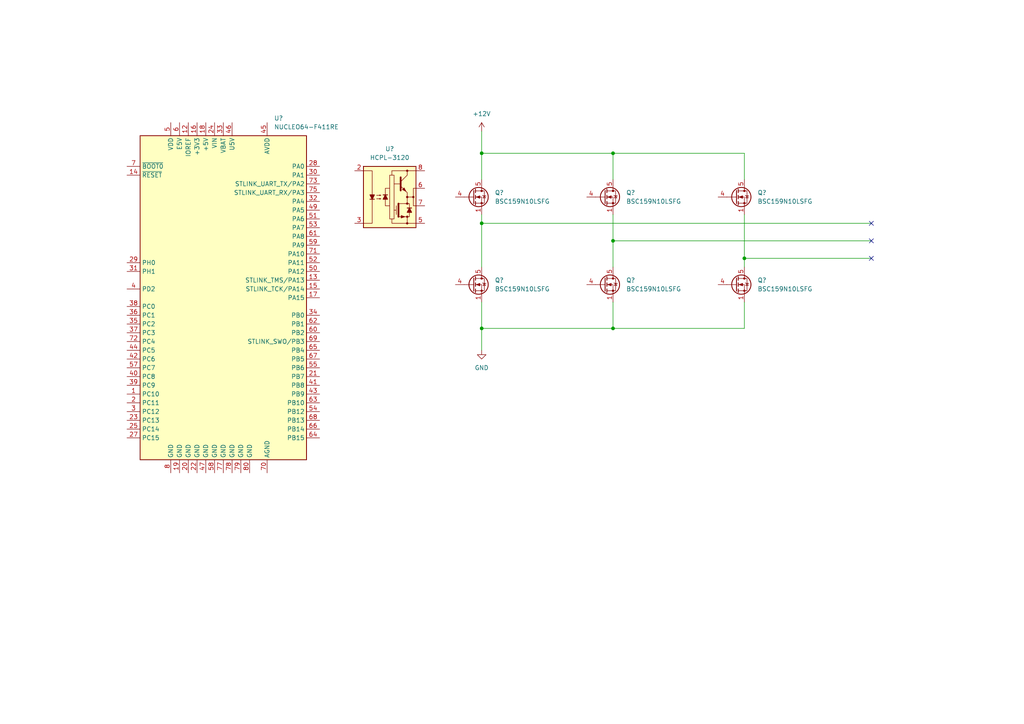
<source format=kicad_sch>
(kicad_sch (version 20211123) (generator eeschema)
  (paper "A4")
  (lib_symbols
    (symbol "Driver_FET:HCPL-3120" (pin_names hide)
      (property "Reference" "U" (at 0 12.7 0))
      (property "Value" "HCPL-3120" (at 0 10.16 0))
      (symbol "HCPL-3120_0_1"
        (rectangle (start -7.62 8.89) (end 7.62 -8.89) (stroke (width 0.254)) (fill (type background)))
        (polyline (pts (xy -5.715 -0.635) (xy -4.445 -0.635)) (stroke (width 0.254)))
        (polyline (pts (xy -0.635 0.635) (xy -1.905 0.635)) (stroke (width 0.254)))
        (polyline (pts (xy 1.27 -3.81) (xy 1.905 -3.81)))
        (polyline (pts (xy 1.905 -5.08) (xy 1.905 -2.54)))
        (polyline (pts (xy 2.54 -5.715) (xy 2.54 -1.905)) (stroke (width 0.508)))
        (polyline (pts (xy 3.048 3.81) (xy 1.27 3.81)))
        (polyline (pts (xy 3.175 4.445) (xy 5.08 6.35)))
        (polyline (pts (xy 4.445 -1.905) (xy 2.54 -1.905)))
        (polyline (pts (xy 5.08 -5.715) (xy 5.08 -7.62)))
        (polyline (pts (xy 5.08 0) (xy 6.858 0)))
        (polyline (pts (xy 5.08 1.27) (xy 3.175 3.175)) (fill (type outline)))
        (polyline (pts (xy 5.08 1.27) (xy 5.08 -1.905)))
        (polyline (pts (xy 5.08 6.35) (xy 5.08 7.62)))
        (polyline (pts (xy 6.35 -3.175) (xy 5.08 -3.175)) (stroke (width 0.254)))
        (polyline (pts (xy 7.62 7.62) (xy 0.635 7.62)))
        (polyline (pts (xy -1.27 -0.635) (xy -1.27 -2.54) (xy 0 -2.54)))
        (polyline (pts (xy -1.27 0.635) (xy -1.27 2.54) (xy 0 2.54)))
        (polyline (pts (xy 0.635 -6.35) (xy 0.635 -7.62) (xy 7.62 -7.62)))
        (polyline (pts (xy 3.175 5.715) (xy 3.175 1.905) (xy 3.175 1.905)) (stroke (width 0.508)))
        (polyline (pts (xy 4.445 -1.905) (xy 5.715 -1.905) (xy 5.715 -3.175)))
        (polyline (pts (xy 5.715 -4.445) (xy 5.715 -5.715) (xy 2.54 -5.715)))
        (polyline (pts (xy -7.62 7.62) (xy -5.08 7.62) (xy -5.08 -7.62) (xy -7.62 -7.62)))
        (polyline (pts (xy -5.08 -0.635) (xy -5.715 0.635) (xy -4.445 0.635) (xy -5.08 -0.635)) (stroke (width 0.254)) (fill (type outline)))
        (polyline (pts (xy -1.27 0.635) (xy -0.635 -0.635) (xy -1.905 -0.635) (xy -1.27 0.635)) (stroke (width 0.254)) (fill (type outline)))
        (polyline (pts (xy 4.445 -5.715) (xy 3.302 -5.334) (xy 3.302 -6.096) (xy 4.445 -5.715)) (fill (type outline)))
        (polyline (pts (xy 5.715 -3.175) (xy 6.35 -4.445) (xy 5.08 -4.445) (xy 5.715 -3.175)) (stroke (width 0.254)) (fill (type outline)))
        (polyline (pts (xy 7.62 2.54) (xy 6.858 2.54) (xy 6.858 -2.54) (xy 7.62 -2.54)))
        (polyline (pts (xy -3.81 -0.508) (xy -2.54 -0.508) (xy -2.921 -0.635) (xy -2.921 -0.381) (xy -2.54 -0.508)))
        (polyline (pts (xy -3.81 0.508) (xy -2.54 0.508) (xy -2.921 0.381) (xy -2.921 0.635) (xy -2.54 0.508)))
        (polyline (pts (xy 1.27 6.35) (xy 1.27 -6.35) (xy 0 -6.35) (xy 0 6.35) (xy 1.27 6.35)))
        (polyline (pts (xy 3.683 2.159) (xy 4.191 2.667) (xy 4.699 1.651) (xy 3.683 2.159) (xy 3.683 2.159)) (fill (type outline)))
        (rectangle (start 0.635 6.35) (end 0.635 6.35))
        (rectangle (start 0.635 6.35) (end 0.635 7.62))
        (circle (center 5.08 -7.62) (radius 0.254) (fill (type outline)))
        (circle (center 5.08 -5.715) (radius 0.254) (fill (type outline)))
        (circle (center 5.08 -1.905) (radius 0.254) (fill (type outline)))
        (circle (center 5.08 0) (radius 0.254) (fill (type outline)))
        (circle (center 5.08 7.62) (radius 0.254) (fill (type outline)))
        (circle (center 6.858 0) (radius 0.254) (fill (type outline)))
      )
      (symbol "HCPL-3120_1_1"
        (pin no_connect line (at -7.62 2.54 0) (length 2.54) hide (name "NC") (number "1"))
        (pin passive line (at -10.16 7.62 0) (length 2.54) (name "A") (number "2"))
        (pin passive line (at -10.16 -7.62 0) (length 2.54) (name "C") (number "3"))
        (pin no_connect line (at -7.62 -2.54 0) (length 2.54) hide (name "NC") (number "4"))
        (pin power_out line (at 10.16 -7.62 180) (length 2.54) (name "VEE") (number "5"))
        (pin output line (at 10.16 2.54 180) (length 2.54) (name "VO") (number "6"))
        (pin output line (at 10.16 -2.54 180) (length 2.54) (name "VO") (number "7"))
        (pin power_in line (at 10.16 7.62 180) (length 2.54) (name "VCC") (number "8"))
      )
    )
    (symbol "MCU_Module:NUCLEO64-F411RE"
      (property "Reference" "U" (at -17.78 50.165 0))
      (property "Value" "NUCLEO64-F411RE" (at -17.78 48.26 0))
      (symbol "NUCLEO64-F411RE_0_1"
        (rectangle (start -24.13 -46.99) (end 24.13 46.99) (stroke (width 0.254)) (fill (type background)))
      )
      (symbol "NUCLEO64-F411RE_1_1"
        (pin bidirectional line (at -27.94 -27.94 0) (length 3.81) (name "PC10") (number "1"))
        (pin no_connect line (at -27.94 20.32 0) (length 3.81) hide (name "NC") (number "10"))
        (pin no_connect line (at -27.94 15.24 0) (length 3.81) hide (name "NC") (number "11"))
        (pin power_in line (at -10.16 50.8 270) (length 3.81) (name "IOREF") (number "12"))
        (pin bidirectional line (at 27.94 5.08 180) (length 3.81) (name "STLINK_TMS/PA13") (number "13"))
        (pin input line (at -27.94 35.56 0) (length 3.81) (name "~{RESET}") (number "14"))
        (pin bidirectional line (at 27.94 2.54 180) (length 3.81) (name "STLINK_TCK/PA14") (number "15"))
        (pin power_in line (at -7.62 50.8 270) (length 3.81) (name "+3V3") (number "16"))
        (pin bidirectional line (at 27.94 0 180) (length 3.81) (name "PA15") (number "17"))
        (pin power_in line (at -5.08 50.8 270) (length 3.81) (name "+5V") (number "18"))
        (pin power_in line (at -12.7 -50.8 90) (length 3.81) (name "GND") (number "19"))
        (pin bidirectional line (at -27.94 -30.48 0) (length 3.81) (name "PC11") (number "2"))
        (pin power_in line (at -10.16 -50.8 90) (length 3.81) (name "GND") (number "20"))
        (pin bidirectional line (at 27.94 -22.86 180) (length 3.81) (name "PB7") (number "21"))
        (pin power_in line (at -7.62 -50.8 90) (length 3.81) (name "GND") (number "22"))
        (pin bidirectional line (at -27.94 -35.56 0) (length 3.81) (name "PC13") (number "23"))
        (pin power_in line (at -2.54 50.8 270) (length 3.81) (name "VIN") (number "24"))
        (pin bidirectional line (at -27.94 -38.1 0) (length 3.81) (name "PC14") (number "25"))
        (pin no_connect line (at -27.94 22.86 0) (length 3.81) hide (name "NC") (number "26"))
        (pin bidirectional line (at -27.94 -40.64 0) (length 3.81) (name "PC15") (number "27"))
        (pin bidirectional line (at 27.94 38.1 180) (length 3.81) (name "PA0") (number "28"))
        (pin bidirectional line (at -27.94 10.16 0) (length 3.81) (name "PH0") (number "29"))
        (pin bidirectional line (at -27.94 -33.02 0) (length 3.81) (name "PC12") (number "3"))
        (pin bidirectional line (at 27.94 35.56 180) (length 3.81) (name "PA1") (number "30"))
        (pin bidirectional line (at -27.94 7.62 0) (length 3.81) (name "PH1") (number "31"))
        (pin bidirectional line (at 27.94 27.94 180) (length 3.81) (name "PA4") (number "32"))
        (pin power_in line (at 0 50.8 270) (length 3.81) (name "VBAT") (number "33"))
        (pin bidirectional line (at 27.94 -5.08 180) (length 3.81) (name "PB0") (number "34"))
        (pin bidirectional line (at -27.94 -7.62 0) (length 3.81) (name "PC2") (number "35"))
        (pin bidirectional line (at -27.94 -5.08 0) (length 3.81) (name "PC1") (number "36"))
        (pin bidirectional line (at -27.94 -10.16 0) (length 3.81) (name "PC3") (number "37"))
        (pin bidirectional line (at -27.94 -2.54 0) (length 3.81) (name "PC0") (number "38"))
        (pin bidirectional line (at -27.94 -25.4 0) (length 3.81) (name "PC9") (number "39"))
        (pin bidirectional line (at -27.94 2.54 0) (length 3.81) (name "PD2") (number "4"))
        (pin bidirectional line (at -27.94 -22.86 0) (length 3.81) (name "PC8") (number "40"))
        (pin bidirectional line (at 27.94 -25.4 180) (length 3.81) (name "PB8") (number "41"))
        (pin bidirectional line (at -27.94 -17.78 0) (length 3.81) (name "PC6") (number "42"))
        (pin bidirectional line (at 27.94 -27.94 180) (length 3.81) (name "PB9") (number "43"))
        (pin bidirectional line (at -27.94 -15.24 0) (length 3.81) (name "PC5") (number "44"))
        (pin power_in line (at 12.7 50.8 270) (length 3.81) (name "AVDD") (number "45"))
        (pin power_in line (at 2.54 50.8 270) (length 3.81) (name "U5V") (number "46"))
        (pin power_in line (at -5.08 -50.8 90) (length 3.81) (name "GND") (number "47"))
        (pin no_connect line (at -27.94 25.4 0) (length 3.81) hide (name "NC") (number "48"))
        (pin bidirectional line (at 27.94 25.4 180) (length 3.81) (name "PA5") (number "49"))
        (pin power_in line (at -15.24 50.8 270) (length 3.81) (name "VDD") (number "5"))
        (pin bidirectional line (at 27.94 7.62 180) (length 3.81) (name "PA12") (number "50"))
        (pin bidirectional line (at 27.94 22.86 180) (length 3.81) (name "PA6") (number "51"))
        (pin bidirectional line (at 27.94 10.16 180) (length 3.81) (name "PA11") (number "52"))
        (pin bidirectional line (at 27.94 20.32 180) (length 3.81) (name "PA7") (number "53"))
        (pin bidirectional line (at 27.94 -33.02 180) (length 3.81) (name "PB12") (number "54"))
        (pin bidirectional line (at 27.94 -20.32 180) (length 3.81) (name "PB6") (number "55"))
        (pin no_connect line (at -27.94 33.02 0) (length 3.81) hide (name "NC") (number "56"))
        (pin bidirectional line (at -27.94 -20.32 0) (length 3.81) (name "PC7") (number "57"))
        (pin power_in line (at -2.54 -50.8 90) (length 3.81) (name "GND") (number "58"))
        (pin bidirectional line (at 27.94 15.24 180) (length 3.81) (name "PA9") (number "59"))
        (pin power_in line (at -12.7 50.8 270) (length 3.81) (name "E5V") (number "6"))
        (pin bidirectional line (at 27.94 -10.16 180) (length 3.81) (name "PB2") (number "60"))
        (pin bidirectional line (at 27.94 17.78 180) (length 3.81) (name "PA8") (number "61"))
        (pin bidirectional line (at 27.94 -7.62 180) (length 3.81) (name "PB1") (number "62"))
        (pin bidirectional line (at 27.94 -30.48 180) (length 3.81) (name "PB10") (number "63"))
        (pin bidirectional line (at 27.94 -40.64 180) (length 3.81) (name "PB15") (number "64"))
        (pin bidirectional line (at 27.94 -15.24 180) (length 3.81) (name "PB4") (number "65"))
        (pin bidirectional line (at 27.94 -38.1 180) (length 3.81) (name "PB14") (number "66"))
        (pin bidirectional line (at 27.94 -17.78 180) (length 3.81) (name "PB5") (number "67"))
        (pin bidirectional line (at 27.94 -35.56 180) (length 3.81) (name "PB13") (number "68"))
        (pin bidirectional line (at 27.94 -12.7 180) (length 3.81) (name "STLINK_SWO/PB3") (number "69"))
        (pin input line (at -27.94 38.1 0) (length 3.81) (name "~{BOOT0}") (number "7"))
        (pin power_in line (at 12.7 -50.8 90) (length 3.81) (name "AGND") (number "70"))
        (pin bidirectional line (at 27.94 12.7 180) (length 3.81) (name "PA10") (number "71"))
        (pin bidirectional line (at -27.94 -12.7 0) (length 3.81) (name "PC4") (number "72"))
        (pin bidirectional line (at 27.94 33.02 180) (length 3.81) (name "STLINK_UART_TX/PA2") (number "73"))
        (pin no_connect line (at -27.94 30.48 0) (length 3.81) hide (name "NC") (number "74"))
        (pin bidirectional line (at 27.94 30.48 180) (length 3.81) (name "STLINK_UART_RX/PA3") (number "75"))
        (pin no_connect line (at -27.94 27.94 0) (length 3.81) hide (name "NC") (number "76"))
        (pin power_in line (at 0 -50.8 90) (length 3.81) (name "GND") (number "77"))
        (pin power_in line (at 2.54 -50.8 90) (length 3.81) (name "GND") (number "78"))
        (pin power_in line (at 5.08 -50.8 90) (length 3.81) (name "GND") (number "79"))
        (pin power_in line (at -15.24 -50.8 90) (length 3.81) (name "GND") (number "8"))
        (pin power_in line (at 7.62 -50.8 90) (length 3.81) (name "GND") (number "80"))
        (pin no_connect line (at -27.94 17.78 0) (length 3.81) hide (name "NC") (number "9"))
      )
    )
    (symbol "Transistor_FET:BSC159N10LSFG" (pin_names hide)
      (property "Reference" "Q" (at 5.08 1.905 0))
      (property "Value" "BSC159N10LSFG" (at 5.08 0 0))
      (symbol "BSC159N10LSFG_0_1"
        (polyline (pts (xy 0.254 0) (xy -2.54 0)))
        (polyline (pts (xy 0.254 1.905) (xy 0.254 -1.905)) (stroke (width 0.254)))
        (polyline (pts (xy 0.762 -1.27) (xy 0.762 -2.286)) (stroke (width 0.254)))
        (polyline (pts (xy 0.762 0.508) (xy 0.762 -0.508)) (stroke (width 0.254)))
        (polyline (pts (xy 0.762 2.286) (xy 0.762 1.27)) (stroke (width 0.254)))
        (polyline (pts (xy 2.54 2.54) (xy 2.54 1.778)))
        (polyline (pts (xy 2.54 -2.54) (xy 2.54 0) (xy 0.762 0)))
        (polyline (pts (xy 0.762 -1.778) (xy 3.302 -1.778) (xy 3.302 1.778) (xy 0.762 1.778)))
        (polyline (pts (xy 1.016 0) (xy 2.032 0.381) (xy 2.032 -0.381) (xy 1.016 0)) (fill (type outline)))
        (polyline (pts (xy 2.794 0.508) (xy 2.921 0.381) (xy 3.683 0.381) (xy 3.81 0.254)))
        (polyline (pts (xy 3.302 0.381) (xy 2.921 -0.254) (xy 3.683 -0.254) (xy 3.302 0.381)))
        (circle (center 1.651 0) (radius 2.794) (stroke (width 0.254)))
        (circle (center 2.54 -1.778) (radius 0.254) (fill (type outline)))
        (circle (center 2.54 1.778) (radius 0.254) (fill (type outline)))
      )
      (symbol "BSC159N10LSFG_1_1"
        (pin passive line (at 2.54 -5.08 90) (length 2.54) (name "S") (number "1"))
        (pin passive line (at 2.54 -5.08 90) (length 2.54) hide (name "S") (number "2"))
        (pin passive line (at 2.54 -5.08 90) (length 2.54) hide (name "S") (number "3"))
        (pin passive line (at -5.08 0 0) (length 2.54) (name "G") (number "4"))
        (pin passive line (at 2.54 5.08 270) (length 2.54) (name "D") (number "5"))
      )
    )
    (symbol "power:+12V" (power) (pin_names (offset 0))
      (property "Value" "+12V" (at 0 3.556 0))
      (symbol "+12V_0_1"
        (polyline (pts (xy -0.762 1.27) (xy 0 2.54)))
        (polyline (pts (xy 0 0) (xy 0 2.54)))
        (polyline (pts (xy 0 2.54) (xy 0.762 1.27)))
      )
      (symbol "+12V_1_1"
        (pin power_in line (at 0 0 90) (length 0) hide (name "+12V") (number "1"))
      )
    )
    (symbol "power:GND" (power) (pin_names (offset 0))
      (property "Value" "GND" (at 0 -3.81 0))
      (symbol "GND_0_1"
        (polyline (pts (xy 0 0) (xy 0 -1.27) (xy 1.27 -1.27) (xy 0 -2.54) (xy -1.27 -1.27) (xy 0 -1.27)))
      )
      (symbol "GND_1_1"
        (pin power_in line (at 0 0 270) (length 0) hide (name "GND") (number "1"))
      )
    )
  )
  (junction (at 177.8 44.45))
  (junction (at 177.8 69.85))
  (junction (at 139.7 64.77))
  (junction (at 177.8 95.25))
  (junction (at 215.9 74.93))
  (junction (at 139.7 95.25))
  (junction (at 139.7 44.45))
  (no_connect (at 252.73 69.85))
  (no_connect (at 252.73 74.93))
  (no_connect (at 252.73 64.77))
  (wire (pts (xy 139.7 64.77) (xy 252.73 64.77)))
  (wire (pts (xy 177.8 69.85) (xy 252.73 69.85)))
  (wire (pts (xy 215.9 95.25) (xy 215.9 87.63)))
  (wire (pts (xy 139.7 38.1) (xy 139.7 44.45)))
  (wire (pts (xy 215.9 62.23) (xy 215.9 74.93)))
  (wire (pts (xy 215.9 74.93) (xy 215.9 77.47)))
  (wire (pts (xy 139.7 44.45) (xy 139.7 52.07)))
  (wire (pts (xy 177.8 44.45) (xy 177.8 52.07)))
  (wire (pts (xy 177.8 95.25) (xy 177.8 87.63)))
  (wire (pts (xy 177.8 44.45) (xy 215.9 44.45)))
  (wire (pts (xy 139.7 62.23) (xy 139.7 64.77)))
  (wire (pts (xy 139.7 44.45) (xy 177.8 44.45)))
  (wire (pts (xy 177.8 69.85) (xy 177.8 77.47)))
  (wire (pts (xy 139.7 64.77) (xy 139.7 77.47)))
  (wire (pts (xy 177.8 62.23) (xy 177.8 69.85)))
  (wire (pts (xy 139.7 95.25) (xy 139.7 101.6)))
  (wire (pts (xy 215.9 44.45) (xy 215.9 52.07)))
  (wire (pts (xy 139.7 95.25) (xy 177.8 95.25)))
  (wire (pts (xy 215.9 74.93) (xy 252.73 74.93)))
  (wire (pts (xy 139.7 87.63) (xy 139.7 95.25)))
  (wire (pts (xy 177.8 95.25) (xy 215.9 95.25)))
  (symbol (lib_id "Transistor_FET:BSC159N10LSFG") (at 137.16 82.55 0) (unit 1)
    (property "Reference" "Q?" (at 143.51 81.2799 0) (effects (justify left)))
    (property "Value" "BSC159N10LSFG" (at 143.51 83.8199 0) (effects (justify left)))
    (property "Footprint" "Package_TO_SOT_SMD:TDSON-8-1" (effects hide))
    (property "Datasheet" "http://www.infineon.com/dgdl/Infineon-BSC159N10LSF-DS-v02_09-en.pdf?fileId=db3a30431b3e89eb011b499f85d47b36" (effects hide))
  )
  (symbol (lib_id "MCU_Module:NUCLEO64-F411RE") (at 64.77 86.36 0) (unit 1)
    (property "Reference" "U?" (at 79.4894 34.29 0) (effects (justify left)))
    (property "Value" "NUCLEO64-F411RE" (at 79.4894 36.83 0) (effects (justify left)))
    (property "Footprint" "Module:ST_Morpho_Connector_144_STLink" (effects hide))
    (property "Datasheet" "http://www.st.com/st-web-ui/static/active/en/resource/technical/document/data_brief/DM00105918.pdf" (effects hide))
  )
  (symbol (lib_id "Transistor_FET:BSC159N10LSFG") (at 213.36 82.55 0) (unit 1)
    (property "Reference" "Q?" (at 219.71 81.2799 0) (effects (justify left)))
    (property "Value" "BSC159N10LSFG" (at 219.71 83.8199 0) (effects (justify left)))
    (property "Footprint" "Package_TO_SOT_SMD:TDSON-8-1" (effects hide))
    (property "Datasheet" "http://www.infineon.com/dgdl/Infineon-BSC159N10LSF-DS-v02_09-en.pdf?fileId=db3a30431b3e89eb011b499f85d47b36" (effects hide))
  )
  (symbol (lib_id "Driver_FET:HCPL-3120") (at 113.03 57.15 0) (unit 1)
    (property "Reference" "U?" (at 113.03 43.18 0))
    (property "Value" "HCPL-3120" (at 113.03 45.72 0))
    (property "Footprint" "Package_DIP:DIP-8_W7.62mm" (effects hide))
    (property "Datasheet" "https://docs.broadcom.com/docs/AV02-0161EN" (effects hide))
  )
  (symbol (lib_id "power:GND") (at 139.7 101.6 0) (unit 1)
    (property "Reference" "#PWR?" (effects hide))
    (property "Value" "GND" (at 139.7 106.68 0))
  )
  (symbol (lib_id "Transistor_FET:BSC159N10LSFG") (at 213.36 57.15 0) (unit 1)
    (property "Reference" "Q?" (at 219.71 55.8799 0) (effects (justify left)))
    (property "Value" "BSC159N10LSFG" (at 219.71 58.4199 0) (effects (justify left)))
    (property "Footprint" "Package_TO_SOT_SMD:TDSON-8-1" (effects hide))
    (property "Datasheet" "http://www.infineon.com/dgdl/Infineon-BSC159N10LSF-DS-v02_09-en.pdf?fileId=db3a30431b3e89eb011b499f85d47b36" (effects hide))
  )
  (symbol (lib_id "Transistor_FET:BSC159N10LSFG") (at 175.26 82.55 0) (unit 1)
    (property "Reference" "Q?" (at 181.61 81.2799 0) (effects (justify left)))
    (property "Value" "BSC159N10LSFG" (at 181.61 83.8199 0) (effects (justify left)))
    (property "Footprint" "Package_TO_SOT_SMD:TDSON-8-1" (effects hide))
    (property "Datasheet" "http://www.infineon.com/dgdl/Infineon-BSC159N10LSF-DS-v02_09-en.pdf?fileId=db3a30431b3e89eb011b499f85d47b36" (effects hide))
  )
  (symbol (lib_id "power:+12V") (at 139.7 38.1 0) (unit 1)
    (property "Reference" "#PWR?" (effects hide))
    (property "Value" "+12V" (at 139.7 33.02 0))
  )
  (symbol (lib_id "Transistor_FET:BSC159N10LSFG") (at 137.16 57.15 0) (unit 1)
    (property "Reference" "Q?" (at 143.51 55.8799 0) (effects (justify left)))
    (property "Value" "BSC159N10LSFG" (at 143.51 58.4199 0) (effects (justify left)))
    (property "Footprint" "Package_TO_SOT_SMD:TDSON-8-1" (effects hide))
    (property "Datasheet" "http://www.infineon.com/dgdl/Infineon-BSC159N10LSF-DS-v02_09-en.pdf?fileId=db3a30431b3e89eb011b499f85d47b36" (effects hide))
  )
  (symbol (lib_id "Transistor_FET:BSC159N10LSFG") (at 175.26 57.15 0) (unit 1)
    (property "Reference" "Q?" (at 181.61 55.8799 0) (effects (justify left)))
    (property "Value" "BSC159N10LSFG" (at 181.61 58.4199 0) (effects (justify left)))
    (property "Footprint" "Package_TO_SOT_SMD:TDSON-8-1" (effects hide))
    (property "Datasheet" "http://www.infineon.com/dgdl/Infineon-BSC159N10LSF-DS-v02_09-en.pdf?fileId=db3a30431b3e89eb011b499f85d47b36" (effects hide))
  )
)
</source>
